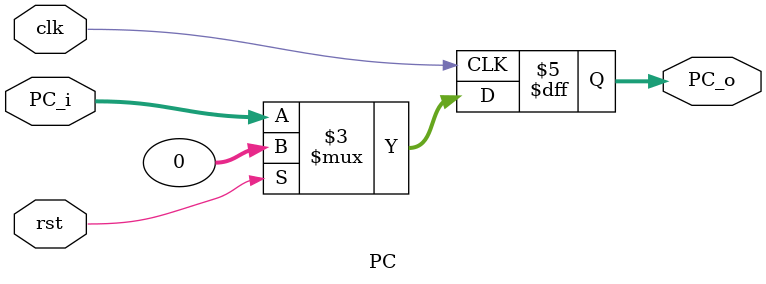
<source format=sv>
module PC #(
    DW=32

) (
    input logic             clk,
    input logic             rst,
    input logic   [DW-1:0]  PC_i,
    output logic  [DW-1:0]  PC_o
);
    
    always_ff @(posedge clk ) begin
        if (rst) PC_o<=32'b0;
        else PC_o<=PC_i;
    end

endmodule 

</source>
